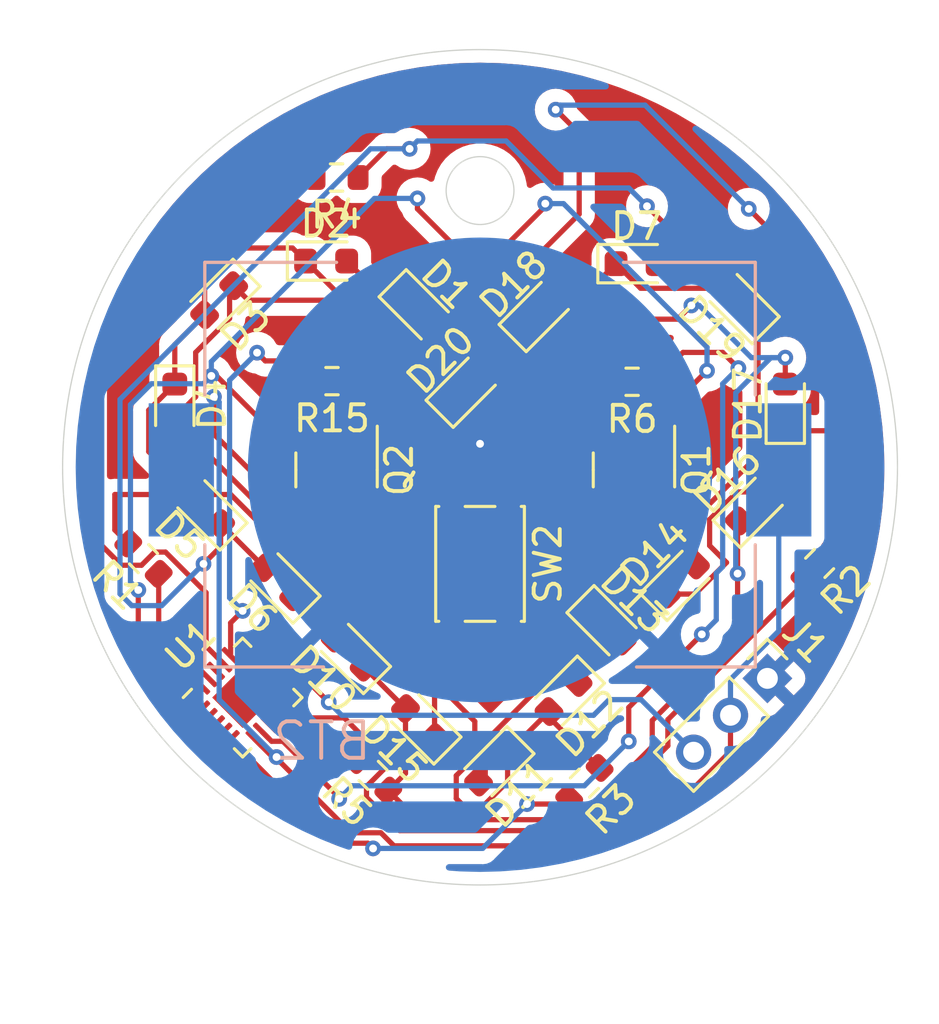
<source format=kicad_pcb>
(kicad_pcb (version 20221018) (generator pcbnew)
  (layers (0 "F.Cu" signal) (31 "B.Cu" signal) (34 "B.Paste" user) (35 "F.Paste" user) (36 "B.SilkS" user "B.Silkscreen") (37 "F.SilkS" user "F.Silkscreen") (38 "B.Mask" user) (39 "F.Mask" user) (44 "Edge.Cuts" user))
  (net 0 "")
  (net 1 "Net-(D1-K)")
  (net 2 "Net-(D1-A)")
  (net 3 "Net-(D11-K)")
  (net 4 "Net-(D13-K)")
  (net 5 "GND")
  (net 6 "Net-(Q1-G)")
  (net 7 "Net-(Q1-D)")
  (net 8 "+3.3V")
  (net 9 "SWIO")
  (net 10 "Net-(Q2-G)")
  (net 18 "Net-(U1-PD6)")
  (net 19 "Net-(U1-PD3)")
  (net 20 "Net-(D10-K)")
  (net 21 "Net-(U1-PC2)")
  (net 22 "Net-(U1-PD0)")
  (net 25 "Net-(U1-PC3)")
  (footprint "Resistor_SMD:R_0603_1608Metric" (layer "F.Cu") (at 200.1 96.7 135)
    (fp_text reference "R1" (at 0 -1.43 135) (layer "F.SilkS"))
    (fp_text value "R")
    (pad "1" smd roundrect (at -0.825 0 135) (size 0.8 0.95) (layers "F.Cu" "F.Paste" "F.Mask") (net 18 "Net-(U1-PD6)"))
    (pad "2" smd roundrect (at 0.825 0 135) (size 0.8 0.95) (layers "F.Cu" "F.Paste" "F.Mask") (net 2 "Net-(D1-A)"))
  )
  (footprint "Package_TO_SOT_SMD:SOT-23" (layer "F.Cu") (at 207.5 93.3 -90)
    (fp_text reference "Q2" (at 0 -2.4 90) (layer "F.SilkS"))
    (fp_text value "AO3400A")
    (pad "1" smd roundrect (at -0.9375 -0.95 270) (size 1.475 0.6) (layers "F.Cu" "F.Paste" "F.Mask") (net 10 "Net-(Q2-G)"))
    (pad "2" smd roundrect (at -0.9375 0.95 270) (size 1.475 0.6) (layers "F.Cu" "F.Paste" "F.Mask") (net 5 "GND"))
    (pad "3" smd roundrect (at 0.9375 0 270) (size 1.475 0.6) (layers "F.Cu" "F.Paste" "F.Mask") (net 7 "Net-(Q1-D)"))
  )
  (footprint "LED_SMD:LED_0603_1608Metric" (layer "F.Cu") (at 207.1 85.3)
    (fp_text reference "D2" (at 0 -1.43) (layer "F.SilkS"))
    (fp_text value "LED")
    (pad "1" smd roundrect (at -0.7875 0) (size 0.875 0.95) (layers "F.Cu" "F.Paste" "F.Mask") (net 2 "Net-(D1-A)"))
    (pad "2" smd roundrect (at 0.7875 0) (size 0.875 0.95) (layers "F.Cu" "F.Paste" "F.Mask") (net 1 "Net-(D1-K)"))
  )
  (footprint "Connector_PinHeader_2.00mm:PinHeader_1x03_P2.00mm_Vertical" (layer "F.Cu") (at 224.014214 101.285786 -45)
    (fp_text reference "J1" (at 0 -2.06 135) (layer "F.SilkS"))
    (fp_text value "Conn_01x03_Pin")
    (pad "1" thru_hole rect (at 0 0 315) (size 1.35 1.35) (drill 0.8) (layers "*.Cu" "*.Mask") (net 5 "GND"))
    (pad "2" thru_hole oval (at 0 2 315) (size 1.35 1.35) (drill 0.8) (layers "*.Cu" "*.Mask") (net 8 "+3.3V"))
    (pad "3" thru_hole oval (at 0 4 315) (size 1.35 1.35) (drill 0.8) (layers "*.Cu" "*.Mask") (net 9 "SWIO"))
  )
  (footprint "LED_SMD:LED_0603_1608Metric" (layer "F.Cu") (at 210.7 87.2 -45)
    (fp_text reference "D1" (at 0 -1.43 135) (layer "F.SilkS"))
    (fp_text value "LED")
    (pad "1" smd roundrect (at -0.7875 0 315) (size 0.875 0.95) (layers "F.Cu" "F.Paste" "F.Mask") (net 1 "Net-(D1-K)"))
    (pad "2" smd roundrect (at 0.7875 0 315) (size 0.875 0.95) (layers "F.Cu" "F.Paste" "F.Mask") (net 2 "Net-(D1-A)"))
  )
  (footprint "Package_TO_SOT_SMD:SOT-23" (layer "F.Cu") (at 218.9 93.3 -90)
    (fp_text reference "Q1" (at 0 -2.4 90) (layer "F.SilkS"))
    (fp_text value "AO3400A")
    (pad "1" smd roundrect (at -0.9375 -0.95 270) (size 1.475 0.6) (layers "F.Cu" "F.Paste" "F.Mask") (net 6 "Net-(Q1-G)"))
    (pad "2" smd roundrect (at -0.9375 0.95 270) (size 1.475 0.6) (layers "F.Cu" "F.Paste" "F.Mask") (net 5 "GND"))
    (pad "3" smd roundrect (at 0.9375 0 270) (size 1.475 0.6) (layers "F.Cu" "F.Paste" "F.Mask") (net 7 "Net-(Q1-D)"))
  )
  (footprint "LED_SMD:LED_0603_1608Metric" (layer "F.Cu") (at 224.7 90.8 90)
    (fp_text reference "D17" (at 0 -1.43 90) (layer "F.SilkS"))
    (fp_text value "LED")
    (pad "1" smd roundrect (at -0.7875 0 90) (size 0.875 0.95) (layers "F.Cu" "F.Paste" "F.Mask") (net 1 "Net-(D1-K)"))
    (pad "2" smd roundrect (at 0.7875 0 90) (size 0.875 0.95) (layers "F.Cu" "F.Paste" "F.Mask") (net 20 "Net-(D10-K)"))
  )
  (footprint "LED_SMD:LED_0603_1608Metric" (layer "F.Cu") (at 217.9 99.3 -45)
    (fp_text reference "D13" (at 0 -1.43 135) (layer "F.SilkS"))
    (fp_text value "LED")
    (pad "1" smd roundrect (at -0.7875 0 315) (size 0.875 0.95) (layers "F.Cu" "F.Paste" "F.Mask") (net 4 "Net-(D13-K)"))
    (pad "2" smd roundrect (at 0.7875 0 315) (size 0.875 0.95) (layers "F.Cu" "F.Paste" "F.Mask") (net 1 "Net-(D1-K)"))
  )
  (footprint "LED_SMD:LED_0603_1608Metric" (layer "F.Cu") (at 202.5 94.8 135)
    (fp_text reference "D5" (at 0 -1.43 135) (layer "F.SilkS"))
    (fp_text value "LED")
    (pad "1" smd roundrect (at -0.7875 0 135) (size 0.875 0.95) (layers "F.Cu" "F.Paste" "F.Mask") (net 4 "Net-(D13-K)"))
    (pad "2" smd roundrect (at 0.7875 0 135) (size 0.875 0.95) (layers "F.Cu" "F.Paste" "F.Mask") (net 2 "Net-(D1-A)"))
  )
  (footprint "LED_SMD:LED_0603_1608Metric" (layer "F.Cu") (at 216.2 102 -135)
    (fp_text reference "D12" (at 0 -1.43 45) (layer "F.SilkS"))
    (fp_text value "LED")
    (pad "1" smd roundrect (at -0.7875 0 225) (size 0.875 0.95) (layers "F.Cu" "F.Paste" "F.Mask") (net 1 "Net-(D1-K)"))
    (pad "2" smd roundrect (at 0.7875 0 225) (size 0.875 0.95) (layers "F.Cu" "F.Paste" "F.Mask") (net 3 "Net-(D11-K)"))
  )
  (footprint "LED_SMD:LED_0603_1608Metric" (layer "F.Cu") (at 203 86.8 -135)
    (fp_text reference "D3" (at 0 -1.43 45) (layer "F.SilkS"))
    (fp_text value "LED")
    (pad "1" smd roundrect (at -0.7875 0 225) (size 0.875 0.95) (layers "F.Cu" "F.Paste" "F.Mask") (net 3 "Net-(D11-K)"))
    (pad "2" smd roundrect (at 0.7875 0 225) (size 0.875 0.95) (layers "F.Cu" "F.Paste" "F.Mask") (net 2 "Net-(D1-A)"))
  )
  (footprint "LED_SMD:LED_0603_1608Metric" (layer "F.Cu") (at 215.3 87.2 45)
    (fp_text reference "D18" (at 0 -1.43 45) (layer "F.SilkS"))
    (fp_text value "LED")
    (pad "1" smd roundrect (at -0.7875 0 45) (size 0.875 0.95) (layers "F.Cu" "F.Paste" "F.Mask") (net 20 "Net-(D10-K)"))
    (pad "2" smd roundrect (at 0.7875 0 45) (size 0.875 0.95) (layers "F.Cu" "F.Paste" "F.Mask") (net 3 "Net-(D11-K)"))
  )
  (footprint "LED_SMD:LED_0603_1608Metric" (layer "F.Cu") (at 208 100.3 135)
    (fp_text reference "D10" (at 0 -1.43 135) (layer "F.SilkS"))
    (fp_text value "LED")
    (pad "1" smd roundrect (at -0.7875 0 135) (size 0.875 0.95) (layers "F.Cu" "F.Paste" "F.Mask") (net 20 "Net-(D10-K)"))
    (pad "2" smd roundrect (at 0.7875 0 135) (size 0.875 0.95) (layers "F.Cu" "F.Paste" "F.Mask") (net 2 "Net-(D1-A)"))
  )
  (footprint "Resistor_SMD:R_0603_1608Metric" (layer "F.Cu") (at 207.325002 89.9 180)
    (fp_text reference "R15" (at 0 -1.43) (layer "F.SilkS"))
    (fp_text value "R")
    (pad "1" smd roundrect (at -0.825 0 180) (size 0.8 0.95) (layers "F.Cu" "F.Paste" "F.Mask") (net 10 "Net-(Q2-G)"))
    (pad "2" smd roundrect (at 0.825 0 180) (size 0.8 0.95) (layers "F.Cu" "F.Paste" "F.Mask") (net 5 "GND"))
  )
  (footprint "LED_SMD:LED_0603_1608Metric" (layer "F.Cu") (at 205.3 97.6 135)
    (fp_text reference "D6" (at 0 -1.43 135) (layer "F.SilkS"))
    (fp_text value "LED")
    (pad "1" smd roundrect (at -0.7875 0 135) (size 0.875 0.95) (layers "F.Cu" "F.Paste" "F.Mask") (net 2 "Net-(D1-A)"))
    (pad "2" smd roundrect (at 0.7875 0 135) (size 0.875 0.95) (layers "F.Cu" "F.Paste" "F.Mask") (net 4 "Net-(D13-K)"))
  )
  (footprint "LED_SMD:LED_0603_1608Metric" (layer "F.Cu") (at 201.3 90.8 -90)
    (fp_text reference "D4" (at 0 -1.43 90) (layer "F.SilkS"))
    (fp_text value "LED")
    (pad "1" smd roundrect (at -0.7875 0 270) (size 0.875 0.95) (layers "F.Cu" "F.Paste" "F.Mask") (net 2 "Net-(D1-A)"))
    (pad "2" smd roundrect (at 0.7875 0 270) (size 0.875 0.95) (layers "F.Cu" "F.Paste" "F.Mask") (net 3 "Net-(D11-K)"))
  )
  (footprint "LED_SMD:LED_0603_1608Metric" (layer "F.Cu") (at 222.9 86.9 135)
    (fp_text reference "D19" (at 0 -1.43 135) (layer "F.SilkS"))
    (fp_text value "LED")
    (pad "1" smd roundrect (at -0.7875 0 135) (size 0.875 0.95) (layers "F.Cu" "F.Paste" "F.Mask") (net 4 "Net-(D13-K)"))
    (pad "2" smd roundrect (at 0.7875 0 135) (size 0.875 0.95) (layers "F.Cu" "F.Paste" "F.Mask") (net 3 "Net-(D11-K)"))
  )
  (footprint "LED_SMD:LED_0603_1608Metric" (layer "F.Cu") (at 220.7 97.5 45)
    (fp_text reference "D14" (at 0 -1.43 45) (layer "F.SilkS"))
    (fp_text value "LED")
    (pad "1" smd roundrect (at -0.7875 0 45) (size 0.875 0.95) (layers "F.Cu" "F.Paste" "F.Mask") (net 1 "Net-(D1-K)"))
    (pad "2" smd roundrect (at 0.7875 0 45) (size 0.875 0.95) (layers "F.Cu" "F.Paste" "F.Mask") (net 4 "Net-(D13-K)"))
  )
  (footprint "LED_SMD:LED_0603_1608Metric" (layer "F.Cu") (at 212.5 90.1 45)
    (fp_text reference "D20" (at 0 -1.43 45) (layer "F.SilkS"))
    (fp_text value "LED")
    (pad "1" smd roundrect (at -0.7875 0 45) (size 0.875 0.95) (layers "F.Cu" "F.Paste" "F.Mask") (net 3 "Net-(D11-K)"))
    (pad "2" smd roundrect (at 0.7875 0 45) (size 0.875 0.95) (layers "F.Cu" "F.Paste" "F.Mask") (net 20 "Net-(D10-K)"))
  )
  (footprint "Resistor_SMD:R_0603_1608Metric" (layer "F.Cu") (at 207.5 82.1 180)
    (fp_text reference "R4" (at 0 -1.43) (layer "F.SilkS"))
    (fp_text value "R")
    (pad "1" smd roundrect (at -0.825 0 180) (size 0.8 0.95) (layers "F.Cu" "F.Paste" "F.Mask") (net 4 "Net-(D13-K)"))
    (pad "2" smd roundrect (at 0.825 0 180) (size 0.8 0.95) (layers "F.Cu" "F.Paste" "F.Mask") (net 19 "Net-(U1-PD3)"))
  )
  (footprint "LED_SMD:LED_0603_1608Metric" (layer "F.Cu") (at 219 85.4)
    (fp_text reference "D7" (at 0 -1.43) (layer "F.SilkS"))
    (fp_text value "LED")
    (pad "1" smd roundrect (at -0.7875 0) (size 0.875 0.95) (layers "F.Cu" "F.Paste" "F.Mask") (net 3 "Net-(D11-K)"))
    (pad "2" smd roundrect (at 0.7875 0) (size 0.875 0.95) (layers "F.Cu" "F.Paste" "F.Mask") (net 4 "Net-(D13-K)"))
  )
  (footprint "Package_DFN_QFN:QFN-20-1EP_3x3mm_P0.4mm_EP1.65x1.65mm" (layer "F.Cu") (at 203.9 102.020172 45)
    (fp_text reference "U1" (at 0 -2.82 45) (layer "F.SilkS"))
    (fp_text value "~")
    (pad "1" smd roundrect (at -1.45 -0.8 45) (size 0.85 0.2) (layers "F.Cu" "F.Paste" "F.Mask"))
    (pad "2" smd roundrect (at -1.45 -0.4 45) (size 0.85 0.2) (layers "F.Cu" "F.Paste" "F.Mask"))
    (pad "3" smd roundrect (at -1.45 0 45) (size 0.85 0.2) (layers "F.Cu" "F.Paste" "F.Mask"))
    (pad "4" smd roundrect (at -1.45 0.4 45) (size 0.85 0.2) (layers "F.Cu" "F.Paste" "F.Mask") (net 7 "Net-(Q1-D)"))
    (pad "5" smd roundrect (at -1.45 0.8 45) (size 0.85 0.2) (layers "F.Cu" "F.Paste" "F.Mask") (net 22 "Net-(U1-PD0)"))
    (pad "6" smd roundrect (at -0.8 1.45 45) (size 0.2 0.85) (layers "F.Cu" "F.Paste" "F.Mask") (net 8 "+3.3V"))
    (pad "7" smd roundrect (at -0.4 1.45 45) (size 0.2 0.85) (layers "F.Cu" "F.Paste" "F.Mask") (net 6 "Net-(Q1-G)"))
    (pad "8" smd roundrect (at 0 1.45 45) (size 0.2 0.85) (layers "F.Cu" "F.Paste" "F.Mask"))
    (pad "9" smd roundrect (at 0.4 1.45 45) (size 0.2 0.85) (layers "F.Cu" "F.Paste" "F.Mask") (net 21 "Net-(U1-PC2)"))
    (pad "10" smd roundrect (at 0.8 1.45 45) (size 0.2 0.85) (layers "F.Cu" "F.Paste" "F.Mask") (net 25 "Net-(U1-PC3)"))
    (pad "11" smd roundrect (at 1.45 0.8 45) (size 0.85 0.2) (layers "F.Cu" "F.Paste" "F.Mask"))
    (pad "12" smd roundrect (at 1.45 0.4 45) (size 0.85 0.2) (layers "F.Cu" "F.Paste" "F.Mask"))
    (pad "13" smd roundrect (at 1.45 0 45) (size 0.85 0.2) (layers "F.Cu" "F.Paste" "F.Mask"))
    (pad "14" smd roundrect (at 1.45 -0.4 45) (size 0.85 0.2) (layers "F.Cu" "F.Paste" "F.Mask"))
    (pad "15" smd roundrect (at 1.45 -0.8 45) (size 0.85 0.2) (layers "F.Cu" "F.Paste" "F.Mask") (net 9 "SWIO"))
    (pad "16" smd roundrect (at 0.8 -1.45 45) (size 0.2 0.85) (layers "F.Cu" "F.Paste" "F.Mask") (net 10 "Net-(Q2-G)"))
    (pad "17" smd roundrect (at 0.4 -1.45 45) (size 0.2 0.85) (layers "F.Cu" "F.Paste" "F.Mask") (net 19 "Net-(U1-PD3)"))
    (pad "18" smd roundrect (at 0 -1.45 45) (size 0.2 0.85) (layers "F.Cu" "F.Paste" "F.Mask"))
    (pad "19" smd roundrect (at -0.4 -1.45 45) (size 0.2 0.85) (layers "F.Cu" "F.Paste" "F.Mask"))
    (pad "20" smd roundrect (at -0.8 -1.45 45) (size 0.2 0.85) (layers "F.Cu" "F.Paste" "F.Mask") (net 18 "Net-(U1-PD6)"))
    (pad "21" smd rect (at 0 0 45) (size 1.65 1.65) (layers "F.Cu" "F.Mask"))
  )
  (footprint "LED_SMD:LED_0603_1608Metric" (layer "F.Cu") (at 223.5 94.7 45)
    (fp_text reference "D16" (at 0 -1.43 45) (layer "F.SilkS"))
    (fp_text value "LED")
    (pad "1" smd roundrect (at -0.7875 0 45) (size 0.875 0.95) (layers "F.Cu" "F.Paste" "F.Mask") (net 20 "Net-(D10-K)"))
    (pad "2" smd roundrect (at 0.7875 0 45) (size 0.875 0.95) (layers "F.Cu" "F.Paste" "F.Mask") (net 1 "Net-(D1-K)"))
  )
  (footprint "Resistor_SMD:R_0603_1608Metric" (layer "F.Cu") (at 218.829289 89.924149 180)
    (fp_text reference "R6" (at 0 -1.43) (layer "F.SilkS"))
    (fp_text value "R")
    (pad "1" smd roundrect (at -0.825 0 180) (size 0.8 0.95) (layers "F.Cu" "F.Paste" "F.Mask") (net 6 "Net-(Q1-G)"))
    (pad "2" smd roundrect (at 0.825 0 180) (size 0.8 0.95) (layers "F.Cu" "F.Paste" "F.Mask") (net 5 "GND"))
  )
  (footprint "Resistor_SMD:R_0603_1608Metric" (layer "F.Cu") (at 217 105.3 -135)
    (fp_text reference "R3" (at 0 -1.43 45) (layer "F.SilkS"))
    (fp_text value "R")
    (pad "1" smd roundrect (at -0.825 0 225) (size 0.8 0.95) (layers "F.Cu" "F.Paste" "F.Mask") (net 3 "Net-(D11-K)"))
    (pad "2" smd roundrect (at 0.825 0 225) (size 0.8 0.95) (layers "F.Cu" "F.Paste" "F.Mask") (net 22 "Net-(U1-PD0)"))
  )
  (footprint "Resistor_SMD:R_0603_1608Metric" (layer "F.Cu") (at 226.016637 96.883363 -135)
    (fp_text reference "R2" (at 0 -1.43 45) (layer "F.SilkS"))
    (fp_text value "R")
    (pad "1" smd roundrect (at -0.825 0 225) (size 0.8 0.95) (layers "F.Cu" "F.Paste" "F.Mask") (net 1 "Net-(D1-K)"))
    (pad "2" smd roundrect (at 0.825 0 225) (size 0.8 0.95) (layers "F.Cu" "F.Paste" "F.Mask") (net 25 "Net-(U1-PC3)"))
  )
  (footprint "LED_SMD:LED_0603_1608Metric" (layer "F.Cu") (at 213.5 104.7 -135)
    (fp_text reference "D11" (at 0 -1.43 45) (layer "F.SilkS"))
    (fp_text value "LED")
    (pad "1" smd roundrect (at -0.7875 0 225) (size 0.875 0.95) (layers "F.Cu" "F.Paste" "F.Mask") (net 3 "Net-(D11-K)"))
    (pad "2" smd roundrect (at 0.7875 0 225) (size 0.875 0.95) (layers "F.Cu" "F.Paste" "F.Mask") (net 1 "Net-(D1-K)"))
  )
  (footprint "Button_Switch_SMD:SW_SPST_PTS810" (layer "F.Cu") (at 213 96.9 -90)
    (fp_text reference "SW2" (at 0 -2.6 90) (layer "F.SilkS"))
    (fp_text value "SW_Push")
    (pad "1" smd rect (at -2.075 -1.075 270) (size 1.05 0.65) (layers "F.Cu" "F.Paste" "F.Mask") (net 6 "Net-(Q1-G)"))
    (pad "1" smd rect (at 2.075 -1.075 270) (size 1.05 0.65) (layers "F.Cu" "F.Paste" "F.Mask") (net 6 "Net-(Q1-G)"))
    (pad "2" smd rect (at -2.075 1.075 270) (size 1.05 0.65) (layers "F.Cu" "F.Paste" "F.Mask") (net 8 "+3.3V"))
    (pad "2" smd rect (at 2.075 1.075 270) (size 1.05 0.65) (layers "F.Cu" "F.Paste" "F.Mask") (net 8 "+3.3V"))
  )
  (footprint "LED_SMD:LED_0603_1608Metric" (layer "F.Cu") (at 210.7 103 135)
    (fp_text reference "D15" (at 0 -1.43 135) (layer "F.SilkS"))
    (fp_text value "LED")
    (pad "1" smd roundrect (at -0.7875 0 135) (size 0.875 0.95) (layers "F.Cu" "F.Paste" "F.Mask") (net 2 "Net-(D1-A)"))
    (pad "2" smd roundrect (at 0.7875 0 135) (size 0.875 0.95) (layers "F.Cu" "F.Paste" "F.Mask") (net 20 "Net-(D10-K)"))
  )
  (footprint "Resistor_SMD:R_0603_1608Metric" (layer "F.Cu") (at 208.9 105 135)
    (fp_text reference "R5" (at 0 -1.43 135) (layer "F.SilkS"))
    (fp_text value "R")
    (pad "1" smd roundrect (at -0.825 0 135) (size 0.8 0.95) (layers "F.Cu" "F.Paste" "F.Mask") (net 20 "Net-(D10-K)"))
    (pad "2" smd roundrect (at 0.825 0 135) (size 0.8 0.95) (layers "F.Cu" "F.Paste" "F.Mask") (net 21 "Net-(U1-PC2)"))
  )
  (footprint "CR2032:BAT_BAT-HLD-001-TR" (layer "B.Cu") (at 213 93.3)
    (fp_text reference "BT2" (at -6.055 10.389) (layer "B.SilkS") (effects (font (size 1.4 1.4)) (justify mirror)))
    (fp_text value "BAT-HLD-001-TR")
    (pad "N1" smd circle (at 0 0) (size 17.8 17.8) (layers "B.Cu" "B.Mask") (net 5 "GND"))
    (pad "P1" smd rect (at -11.45 0) (size 2.5 5.1) (layers "B.Cu" "B.Paste" "B.Mask") (net 8 "+3.3V"))
    (pad "P2" smd rect (at 11.45 0) (size 2.5 5.1) (layers "B.Cu" "B.Paste" "B.Mask") (net 8 "+3.3V"))
  )
  (gr_circle (center 213 93.2) (end 229 93.2) (stroke (width 0.05)) (fill none) (layer "Edge.Cuts"))
  (gr_circle (center 213 82.6) (end 213 81.3) (stroke (width 0.05)) (fill none) (layer "Edge.Cuts"))
  (segment (start 213.2 105) (end 213.2 103.7) (width 0.2) (layer "F.Cu") (net 1))
  (segment (start 224.056847 94.143153) (end 222.856847 94.143153) (width 0.2) (layer "F.Cu") (net 1))
  (segment (start 226.6 87.8) (end 226.6 91.8) (width 0.2) (layer "F.Cu") (net 1))
  (segment (start 215.9 79.5) (end 216.8 80.4) (width 0.2) (layer "F.Cu") (net 1))
  (segment (start 224.9125 91.8) (end 226.6 91.8) (width 0.2) (layer "F.Cu") (net 1))
  (segment (start 224.7 91.5875) (end 224.9125 91.8) (width 0.2) (layer "F.Cu") (net 1))
  (segment (start 216.8 83.5) (end 213.656847 86.643153) (width 0.2) (layer "F.Cu") (net 1))
  (segment (start 218.456847 99.743153) (end 220.143153 98.056847) (width 0.2) (layer "F.Cu") (net 1))
  (segment (start 224.056847 94.143153) (end 224.443153 94.143153) (width 0.2) (layer "F.Cu") (net 1))
  (segment (start 218.343153 99.856847) (end 218.456847 99.856847) (width 0.2) (layer "F.Cu") (net 1))
  (segment (start 212.943153 105.256847) (end 213.2 105) (width 0.2) (layer "F.Cu") (net 1))
  (segment (start 225.1 86.3) (end 226.6 87.8) (width 0.2) (layer "F.Cu") (net 1))
  (segment (start 223.3 83.3) (end 225.1 85.1) (width 0.2) (layer "F.Cu") (net 1))
  (segment (start 222.448009 96.848009) (end 221.23917 98.056847) (width 0.2) (layer "F.Cu") (net 1))
  (segment (start 221.8 96.2) (end 222.448009 96.848009) (width 0.2) (layer "F.Cu") (net 1))
  (segment (start 221.8 95.2) (end 221.8 96.2) (width 0.2) (layer "F.Cu") (net 1))
  (segment (start 209.230653 86.643153) (end 207.8875 85.3) (width 0.2) (layer "F.Cu") (net 1))
  (segment (start 222.856847 94.143153) (end 221.8 95.2) (width 0.2) (layer "F.Cu") (net 1))
  (segment (start 215.456847 101.443153) (end 216.756847 101.443153) (width 0.2) (layer "F.Cu") (net 1))
  (segment (start 226.6 91.8) (end 226.6 96.3) (width 0.2) (layer "F.Cu") (net 1))
  (segment (start 213.656847 86.643153) (end 210.143153 86.643153) (width 0.2) (layer "F.Cu") (net 1))
  (segment (start 225.1 85.1) (end 225.1 86.3) (width 0.2) (layer "F.Cu") (net 1))
  (segment (start 213.2 103.7) (end 215.456847 101.443153) (width 0.2) (layer "F.Cu") (net 1))
  (segment (start 221.23917 98.056847) (end 220.143153 98.056847) (width 0.2) (layer "F.Cu") (net 1))
  (segment (start 210.143153 86.643153) (end 209.230653 86.643153) (width 0.2) (layer "F.Cu") (net 1))
  (segment (start 216.756847 101.443153) (end 218.343153 99.856847) (width 0.2) (layer "F.Cu") (net 1))
  (segment (start 224.056847 94.143153) (end 224.056847 92.230653) (width 0.2) (layer "F.Cu") (net 1))
  (segment (start 218.456847 99.856847) (end 218.456847 99.743153) (width 0.2) (layer "F.Cu") (net 1))
  (segment (start 216.8 80.4) (end 216.8 83.5) (width 0.2) (layer "F.Cu") (net 1))
  (segment (start 224.056847 92.230653) (end 224.7 91.5875) (width 0.2) (layer "F.Cu") (net 1))
  (via (at 223.3 83.3) (size 0.6) (drill 0.3) (layers "F.Cu" "B.Cu") (net 1))
  (via (at 215.9 79.5) (size 0.6) (drill 0.3) (layers "F.Cu" "B.Cu") (net 1))
  (segment (start 215.9 79.5) (end 216.072489 79.327511) (width 0.2) (layer "B.Cu") (net 1))
  (segment (start 219.327511 79.327511) (end 223.3 83.3) (width 0.2) (layer "B.Cu") (net 1))
  (segment (start 216.072489 79.327511) (end 219.327511 79.327511) (width 0.2) (layer "B.Cu") (net 1))
  (segment (start 206.3125 85.3) (end 205.8125 84.8) (width 0.2) (layer "F.Cu") (net 2))
  (segment (start 209.043153 99.743153) (end 211.256847 101.956847) (width 0.2) (layer "F.Cu") (net 2))
  (segment (start 199.0005 95.6005) (end 199.516637 96.116637) (width 0.2) (layer "F.Cu") (net 2))
  (segment (start 201.390121 94.243153) (end 201.943153 94.243153) (width 0.2) (layer "F.Cu") (net 2))
  (segment (start 205.8125 84.8) (end 203.4 84.8) (width 0.2) (layer "F.Cu") (net 2))
  (segment (start 201.3 88.5) (end 201.3 90.0125) (width 0.2) (layer "F.Cu") (net 2))
  (segment (start 210.056847 87.756847) (end 209.343153 87.043153) (width 0.2) (layer "F.Cu") (net 2))
  (segment (start 200.3 92.6) (end 201.943153 94.243153) (width 0.2) (layer "F.Cu") (net 2))
  (segment (start 211.256847 101.956847) (end 211.256847 103.556847) (width 0.2) (layer "F.Cu") (net 2))
  (segment (start 201.943153 94.243153) (end 203.443153 94.243153) (width 0.2) (layer "F.Cu") (net 2))
  (segment (start 205.856847 98.156847) (end 207.443153 99.743153) (width 0.2) (layer "F.Cu") (net 2))
  (segment (start 208.055653 87.043153) (end 206.3125 85.3) (width 0.2) (layer "F.Cu") (net 2))
  (segment (start 200.3 91.0125) (end 200.3 92.6) (width 0.2) (layer "F.Cu") (net 2))
  (segment (start 209.343153 87.043153) (end 208.055653 87.043153) (width 0.2) (layer "F.Cu") (net 2))
  (segment (start 203.4 84.8) (end 202.443153 85.756847) (width 0.2) (layer "F.Cu") (net 2))
  (segment (start 207.443153 99.743153) (end 209.043153 99.743153) (width 0.2) (layer "F.Cu") (net 2))
  (segment (start 202.443153 87.356847) (end 201.3 88.5) (width 0.2) (layer "F.Cu") (net 2))
  (segment (start 211.256847 87.756847) (end 210.056847 87.756847) (width 0.2) (layer "F.Cu") (net 2))
  (segment (start 199.0005 94.243153) (end 201.943153 94.243153) (width 0.2) (layer "F.Cu") (net 2))
  (segment (start 203.443153 94.243153) (end 205.856847 96.656847) (width 0.2) (layer "F.Cu") (net 2))
  (segment (start 205.856847 96.656847) (end 205.856847 98.156847) (width 0.2) (layer "F.Cu") (net 2))
  (segment (start 199.0005 94.243153) (end 199.0005 95.6005) (width 0.2) (layer "F.Cu") (net 2))
  (segment (start 202.443153 85.756847) (end 202.443153 87.356847) (width 0.2) (layer "F.Cu") (net 2))
  (segment (start 201.3 90.0125) (end 200.3 91.0125) (width 0.2) (layer "F.Cu") (net 2))
  (segment (start 201.3 91.3) (end 201.3 91.5875) (width 0.2) (layer "F.Cu") (net 3))
  (segment (start 211.943153 90.656847) (end 211.943153 89.46083) (width 0.2) (layer "F.Cu") (net 3))
  (segment (start 214.056847 104.143153) (end 215.643153 102.556847) (width 0.2) (layer "F.Cu") (net 3))
  (segment (start 211.093796 88.611473) (end 211.015456 88.611473) (width 0.2) (layer "F.Cu") (net 3))
  (segment (start 211.943153 89.46083) (end 214.76083 86.643153) (width 0.2) (layer "F.Cu") (net 3))
  (segment (start 219.155653 86.343153) (end 222.343153 86.343153) (width 0.2) (layer "F.Cu") (net 3))
  (segment (start 218.2125 85.4) (end 219.155653 86.343153) (width 0.2) (layer "F.Cu") (net 3))
  (segment (start 204.113694 86.8) (end 203.556847 86.243153) (width 0.2) (layer "F.Cu") (net 3))
  (segment (start 215.643153 102.776427) (end 217.583363 104.716637) (width 0.2) (layer "F.Cu") (net 3))
  (segment (start 209.177467 87.443153) (end 207.889967 87.443153) (width 0.2) (layer "F.Cu") (net 3))
  (segment (start 203.556847 86.243153) (end 203.4 86.4) (width 0.2) (layer "F.Cu") (net 3))
  (segment (start 202.1 88.8) (end 202.1 90.5) (width 0.2) (layer "F.Cu") (net 3))
  (segment (start 203.4 86.4) (end 203.4 87.5) (width 0.2) (layer "F.Cu") (net 3))
  (segment (start 201.453185 91.5875) (end 212.8 102.934315) (width 0.2) (layer "F.Cu") (net 3))
  (segment (start 203.4 87.5) (end 202.1 88.8) (width 0.2) (layer "F.Cu") (net 3))
  (segment (start 212.996017 106.3) (end 214.056847 105.23917) (width 0.2) (layer "F.Cu") (net 3))
  (segment (start 207.889967 87.443153) (end 207.246814 86.8) (width 0.2) (layer "F.Cu") (net 3))
  (segment (start 214.76083 86.643153) (end 215.856847 86.643153) (width 0.2) (layer "F.Cu") (net 3))
  (segment (start 212.8 104.3) (end 212.088527 105.011473) (width 0.2) (layer "F.Cu") (net 3))
  (segment (start 202.1 90.5) (end 201.3 91.3) (width 0.2) (layer "F.Cu") (net 3))
  (segment (start 210.56083 88.156847) (end 209.891161 88.156847) (width 0.2) (layer "F.Cu") (net 3))
  (segment (start 214.056847 105.23917) (end 214.056847 104.143153) (width 0.2) (layer "F.Cu") (net 3))
  (segment (start 211.015456 88.611473) (end 210.56083 88.156847) (width 0.2) (layer "F.Cu") (net 3))
  (segment (start 212.5 106.3) (end 212.996017 106.3) (width 0.2) (layer "F.Cu") (net 3))
  (segment (start 209.891161 88.156847) (end 209.177467 87.443153) (width 0.2) (layer "F.Cu") (net 3))
  (segment (start 212.8 102.934315) (end 212.8 104.3) (width 0.2) (layer "F.Cu") (net 3))
  (segment (start 212.088527 105.011473) (end 212.088527 105.888527) (width 0.2) (layer "F.Cu") (net 3))
  (segment (start 212.088527 105.888527) (end 212.5 106.3) (width 0.2) (layer "F.Cu") (net 3))
  (segment (start 207.246814 86.8) (end 204.113694 86.8) (width 0.2) (layer "F.Cu") (net 3))
  (segment (start 216.969347 86.643153) (end 218.2125 85.4) (width 0.2) (layer "F.Cu") (net 3))
  (segment (start 201.3 91.5875) (end 201.453185 91.5875) (width 0.2) (layer "F.Cu") (net 3))
  (segment (start 211.943153 89.46083) (end 211.093796 88.611473) (width 0.2) (layer "F.Cu") (net 3))
  (segment (start 215.856847 86.643153) (end 216.969347 86.643153) (width 0.2) (layer "F.Cu") (net 3))
  (segment (start 215.381845 102.556847) (end 215.643153 102.556847) (width 0.2) (layer "F.Cu") (net 3))
  (segment (start 215.643153 102.556847) (end 215.643153 102.776427) (width 0.2) (layer "F.Cu") (net 3))
  (segment (start 209.425 81) (end 208.325 82.1) (width 0.2) (layer "F.Cu") (net 4))
  (segment (start 222.496017 85.4) (end 223.456847 86.36083) (width 0.2) (layer "F.Cu") (net 4))
  (segment (start 203.056847 95.356847) (end 204.743153 97.043153) (width 0.2) (layer "F.Cu") (net 4))
  (segment (start 221.256847 95.143153) (end 221.256847 96.943153) (width 0.2) (layer "F.Cu") (net 4))
  (segment (start 223.456847 87.456847) (end 223.656847 87.656847) (width 0.2) (layer "F.Cu") (net 4))
  (segment (start 221.256847 96.943153) (end 219.143153 96.943153) (width 0.2) (layer "F.Cu") (net 4))
  (segment (start 223.656847 92.743153) (end 221.256847 95.143153) (width 0.2) (layer "F.Cu") (net 4))
  (segment (start 203.056847 95.356847) (end 203.056847 96.243653) (width 0.2) (layer "F.Cu") (net 4))
  (segment (start 219.143153 96.943153) (end 217.343153 98.743153) (width 0.2) (layer "F.Cu") (net 4))
  (segment (start 223.656847 87.656847) (end 223.656847 92.743153) (width 0.2) (layer "F.Cu") (net 4))
  (segment (start 221.3 85.1) (end 221.3 85.4) (width 0.2) (layer "F.Cu") (net 4))
  (segment (start 223.456847 86.36083) (end 223.456847 87.456847) (width 0.2) (layer "F.Cu") (net 4))
  (segment (start 221.3 85.4) (end 221.4 85.4) (width 0.2) (layer "F.Cu") (net 4))
  (segment (start 203.056847 96.243653) (end 202.4005 96.9) (width 0.2) (layer "F.Cu") (net 4))
  (segment (start 221.4 85.4) (end 222.496017 85.4) (width 0.2) (layer "F.Cu") (net 4))
  (segment (start 210.3 81) (end 209.425 81) (width 0.2) (layer "F.Cu") (net 4))
  (segment (start 219.4 83.2) (end 221.3 85.1) (width 0.2) (layer "F.Cu") (net 4))
  (segment (start 219.7875 85.4) (end 221.3 85.4) (width 0.2) (layer "F.Cu") (net 4))
  (via (at 202.4005 96.9) (size 0.6) (drill 0.3) (layers "F.Cu" "B.Cu") (net 4))
  (via (at 210.3 81) (size 0.6) (drill 0.3) (layers "F.Cu" "B.Cu") (net 4))
  (via (at 219.4 83.2) (size 0.6) (drill 0.3) (layers "F.Cu" "B.Cu") (net 4))
  (segment (start 200.8005 98.5) (end 202.4005 96.9) (width 0.2) (layer "B.Cu") (net 4))
  (segment (start 199.2 98.048529) (end 199.651471 98.5) (width 0.2) (layer "B.Cu") (net 4))
  (segment (start 208.8 81) (end 199.2 90.6) (width 0.2) (layer "B.Cu") (net 4))
  (segment (start 218.7 82.5) (end 219.4 83.2) (width 0.2) (layer "B.Cu") (net 4))
  (segment (start 215.8 82.5) (end 218.7 82.5) (width 0.2) (layer "B.Cu") (net 4))
  (segment (start 199.2 90.6) (end 199.2 98.048529) (width 0.2) (layer "B.Cu") (net 4))
  (segment (start 210.3 81) (end 208.8 81) (width 0.2) (layer "B.Cu") (net 4))
  (segment (start 199.651471 98.5) (end 200.8005 98.5) (width 0.2) (layer "B.Cu") (net 4))
  (segment (start 214 80.7) (end 215.8 82.5) (width 0.2) (layer "B.Cu") (net 4))
  (segment (start 210.6 80.7) (end 214 80.7) (width 0.2) (layer "B.Cu") (net 4))
  (segment (start 210.3 81) (end 210.6 80.7) (width 0.2) (layer "B.Cu") (net 4))
  (via (at 213 92.3) (size 0.6) (drill 0.3) (layers "F.Cu" "B.Cu") (net 5))
  (segment (start 214.049998 94.750002) (end 214.049998 95.625) (width 0.2) (layer "F.Cu") (net 6))
  (segment (start 219.85 91.1) (end 217.8 91.1) (width 0.2) (layer "F.Cu") (net 6))
  (segment (start 207.6 105.9) (end 207.6 105.851471) (width 0.2) (layer "F.Cu") (net 6))
  (segment (start 216.9 92) (end 216.8 92) (width 0.2) (layer "F.Cu") (net 6))
  (segment (start 219.85 90.119861) (end 219.85 91.1) (width 0.2) (layer "F.Cu") (net 6))
  (segment (start 218.7 103.7) (end 218.7 102.4) (width 0.2) (layer "F.Cu") (net 6))
  (segment (start 214.049999 98.949999) (end 214.049999 95.625) (width 0.2) (layer "F.Cu") (net 6))
  (segment (start 222.3 88.8) (end 220.778438 88.8) (width 0.2) (layer "F.Cu") (net 6))
  (segment (start 205.444526 103.695997) (end 205.010139 103.695997) (width 0.2) (layer "F.Cu") (net 6))
  (segment (start 219.85 91.1) (end 219.849999 92.362499) (width 0.2) (layer "F.Cu") (net 6))
  (segment (start 218.7 102.4) (end 221.5 99.6) (width 0.2) (layer "F.Cu") (net 6))
  (segment (start 205.010139 103.695997) (end 204.642462 103.32832) (width 0.2) (layer "F.Cu") (net 6))
  (segment (start 219.654289 89.924149) (end 219.85 90.119861) (width 0.2) (layer "F.Cu") (net 6))
  (segment (start 222.901089 89.401089) (end 222.3 88.8) (width 0.2) (layer "F.Cu") (net 6))
  (segment (start 214.075 98.975) (end 214.049999 98.949999) (width 0.2) (layer "F.Cu") (net 6))
  (segment (start 217.8 91.1) (end 216.9 92) (width 0.2) (layer "F.Cu") (net 6))
  (segment (start 216.8 92) (end 214.049998 94.750002) (width 0.2) (layer "F.Cu") (net 6))
  (segment (start 207.6 105.851471) (end 205.444526 103.695997) (width 0.2) (layer "F.Cu") (net 6))
  (segment (start 220.778438 88.8) (end 219.654289 89.924149) (width 0.2) (layer "F.Cu") (net 6))
  (via (at 207.6 105.9) (size 0.6) (drill 0.3) (layers "F.Cu" "B.Cu") (net 6))
  (via (at 222.901089 89.401089) (size 0.6) (drill 0.3) (layers "F.Cu" "B.Cu") (net 6))
  (via (at 218.7 103.7) (size 0.6) (drill 0.3) (layers "F.Cu" "B.Cu") (net 6))
  (via (at 221.5 99.6) (size 0.6) (drill 0.3) (layers "F.Cu" "B.Cu") (net 6))
  (segment (start 222.3 97.010765) (end 222.054206 97.256559) (width 0.2) (layer "B.Cu") (net 6))
  (segment (start 218.7 103.7) (end 217 105.4) (width 0.2) (layer "B.Cu") (net 6))
  (segment (start 217 105.4) (end 208.1 105.4) (width 0.2) (layer "B.Cu") (net 6))
  (segment (start 222.901089 89.401089) (end 222.3 90.002178) (width 0.2) (layer "B.Cu") (net 6))
  (segment (start 222.3 90.002178) (end 222.3 97.010765) (width 0.2) (layer "B.Cu") (net 6))
  (segment (start 208.1 105.4) (end 207.6 105.9) (width 0.2) (layer "B.Cu") (net 6))
  (segment (start 222.054206 99.045794) (end 221.5 99.6) (width 0.2) (layer "B.Cu") (net 6))
  (segment (start 222.054206 97.256559) (end 222.054206 99.045794) (width 0.2) (layer "B.Cu") (net 6))
  (segment (start 213.798331 84.902527) (end 215.5 83.200858) (width 0.2) (layer "F.Cu") (net 7))
  (segment (start 205.95 93.136396) (end 207.051104 94.2375) (width 0.2) (layer "F.Cu") (net 7))
  (segment (start 220.856847 90.9) (end 220.856847 93.143153) (width 0.2) (layer "F.Cu") (net 7))
  (segment (start 202.789859 103.695997) (end 203.157538 103.32832) (width 0.2) (layer "F.Cu") (net 7))
  (segment (start 199.9 97.9) (end 199.9 101.096086) (width 0.2) (layer "F.Cu") (net 7))
  (segment (start 220.856847 90.9) (end 220.856847 90.343153) (width 0.2) (layer "F.Cu") (net 7))
  (segment (start 202.9 89.7) (end 205.95 92.75) (width 0.2) (layer "F.Cu") (net 7))
  (segment (start 220.856847 90.343153) (end 221.7 89.5) (width 0.2) (layer "F.Cu") (net 7))
  (segment (start 202.499911 103.695997) (end 202.789859 103.695997) (width 0.2) (layer "F.Cu") (net 7))
  (segment (start 212.201669 84.902527) (end 213.798331 84.902527) (width 0.2) (layer "F.Cu") (net 7))
  (segment (start 202.7 89.7) (end 202.9 89.7) (width 0.2) (layer "F.Cu") (net 7))
  (segment (start 207.051104 94.2375) (end 207.5 94.2375) (width 0.2) (layer "F.Cu") (net 7))
  (segment (start 215.5 83.200858) (end 215.5 83.1) (width 0.2) (layer "F.Cu") (net 7))
  (segment (start 210.6 83.300858) (end 212.201669 84.902527) (width 0.2) (layer "F.Cu") (net 7))
  (segment (start 220.856847 93.143153) (end 219.7625 94.2375) (width 0.2) (layer "F.Cu") (net 7))
  (segment (start 205.95 92.75) (end 205.95 93.136396) (width 0.2) (layer "F.Cu") (net 7))
  (segment (start 219.7625 94.2375) (end 218.9 94.2375) (width 0.2) (layer "F.Cu") (net 7))
  (segment (start 210.6 82.9) (end 210.6 83.300858) (width 0.2) (layer "F.Cu") (net 7))
  (segment (start 199.9 101.096086) (end 202.499911 103.695997) (width 0.2) (layer "F.Cu") (net 7))
  (via (at 215.5 83.1) (size 0.6) (drill 0.3) (layers "F.Cu" "B.Cu") (net 7))
  (via (at 199.9 97.9) (size 0.6) (drill 0.3) (layers "F.Cu" "B.Cu") (net 7))
  (via (at 202.7 89.7) (size 0.6) (drill 0.3) (layers "F.Cu" "B.Cu") (net 7))
  (via (at 221.7 89.5) (size 0.6) (drill 0.3) (layers "F.Cu" "B.Cu") (net 7))
  (via (at 210.6 82.9) (size 0.6) (drill 0.3) (layers "F.Cu" "B.Cu") (net 7))
  (segment (start 208.952177 82.9) (end 210.6 82.9) (width 0.2) (layer "B.Cu") (net 7))
  (segment (start 200.4 90) (end 202.4 90) (width 0.2) (layer "B.Cu") (net 7))
  (segment (start 202.7 89.152177) (end 208.952177 82.9) (width 0.2) (layer "B.Cu") (net 7))
  (segment (start 216.2 83.1) (end 215.5 83.1) (width 0.2) (layer "B.Cu") (net 7))
  (segment (start 221.7 89.5) (end 221.7 88.6) (width 0.2) (layer "B.Cu") (net 7))
  (segment (start 199.6 97.6) (end 199.6 90.8) (width 0.2) (layer "B.Cu") (net 7))
  (segment (start 202.4 90) (end 202.7 89.7) (width 0.2) (layer "B.Cu") (net 7))
  (segment (start 199.6 90.8) (end 200.4 90) (width 0.2) (layer "B.Cu") (net 7))
  (segment (start 221.7 88.6) (end 216.2 83.1) (width 0.2) (layer "B.Cu") (net 7))
  (segment (start 202.7 89.7) (end 202.7 89.152177) (width 0.2) (layer "B.Cu") (net 7))
  (segment (start 199.9 97.9) (end 199.6 97.6) (width 0.2) (layer "B.Cu") (net 7))
  (segment (start 219.545309 107.13355) (end 222.6 104.078859) (width 0.2) (layer "F.Cu") (net 8))
  (segment (start 218.1 107.7) (end 218.6 107.2) (width 0.2) (layer "F.Cu") (net 8))
  (segment (start 205.2 104.3) (end 205.2 104.348529) (width 0.2) (layer "F.Cu") (net 8))
  (segment (start 206.494638 95.625) (end 211.899998 95.625) (width 0.2) (layer "F.Cu") (net 8))
  (segment (start 205.2 104.348529) (end 208.051471 107.2) (width 0.2) (layer "F.Cu") (net 8))
  (segment (start 209.2 107.2) (end 209.7 107.7) (width 0.2) (layer "F.Cu") (net 8))
  (segment (start 211.9 94.85) (end 211.925 94.825) (width 0.2) (layer "F.Cu") (net 8))
  (segment (start 202.8 91.930362) (end 206.494638 95.625) (width 0.2) (layer "F.Cu") (net 8))
  (segment (start 208.051471 107.2) (end 209.2 107.2) (width 0.2) (layer "F.Cu") (net 8))
  (segment (start 202.8 90.5) (end 202.8 91.930362) (width 0.2) (layer "F.Cu") (net 8))
  (segment (start 209.7 107.7) (end 218.1 107.7) (width 0.2) (layer "F.Cu") (net 8))
  (segment (start 222.6 104.078859) (end 222.6 102.7) (width 0.2) (layer "F.Cu") (net 8))
  (segment (start 205.048457 104.3) (end 204.359619 103.611162) (width 0.2) (layer "F.Cu") (net 8))
  (segment (start 218.6 107.2) (end 219.398041 107.2) (width 0.2) (layer "F.Cu") (net 8))
  (segment (start 205.2 104.3) (end 205.048457 104.3) (width 0.2) (layer "F.Cu") (net 8))
  (segment (start 219.398041 107.2) (end 219.545309 107.13355) (width 0.2) (layer "F.Cu") (net 8))
  (segment (start 211.9 98.95) (end 211.9 94.85) (width 0.2) (layer "F.Cu") (net 8))
  (segment (start 211.925 98.975) (end 211.9 98.95) (width 0.2) (layer "F.Cu") (net 8))
  (via (at 205.2 104.3) (size 0.6) (drill 0.3) (layers "F.Cu" "B.Cu") (net 8))
  (via (at 202.8 90.5) (size 0.6) (drill 0.3) (layers "F.Cu" "B.Cu") (net 8))
  (segment (start 224.45 99.47114) (end 222.6 101.32114) (width 0.2) (layer "B.Cu") (net 8))
  (segment (start 203 102.1) (end 205.2 104.3) (width 0.2) (layer "B.Cu") (net 8))
  (segment (start 202.8 90.5) (end 203 90.7) (width 0.2) (layer "B.Cu") (net 8))
  (segment (start 203 90.7) (end 203 102.1) (width 0.2) (layer "B.Cu") (net 8))
  (segment (start 224.45 93.3) (end 224.45 99.47114) (width 0.2) (layer "B.Cu") (net 8))
  (segment (start 222.6 101.32114) (end 222.6 102.7) (width 0.2) (layer "B.Cu") (net 8))
  (segment (start 204.727298 100.061504) (end 205.061504 100.061504) (width 0.2) (layer "F.Cu") (net 9))
  (segment (start 205.061504 100.061504) (end 207.2 102.2) (width 0.2) (layer "F.Cu") (net 9))
  (segment (start 204.359619 100.429182) (end 204.727298 100.061504) (width 0.2) (layer "F.Cu") (net 9))
  (via (at 207.2 102.2) (size 0.6) (drill 0.3) (layers "F.Cu" "B.Cu") (net 9))
  (segment (start 217.351471 102.7) (end 217.951471 102.1) (width 0.2) (layer "B.Cu") (net 9))
  (segment (start 217.951471 102.1) (end 219.171574 102.1) (width 0.2) (layer "B.Cu") (net 9))
  (segment (start 207.7 102.7) (end 217.351471 102.7) (width 0.2) (layer "B.Cu") (net 9))
  (segment (start 207.2 102.2) (end 207.7 102.7) (width 0.2) (layer "B.Cu") (net 9))
  (segment (start 219.171574 102.1) (end 221.185787 104.114213) (width 0.2) (layer "B.Cu") (net 9))
  (segment (start 208.450001 92.3625) (end 208.449999 90.2) (width 0.2) (layer "F.Cu") (net 10))
  (segment (start 207.375002 89.125) (end 208.150002 89.9) (width 0.2) (layer "F.Cu") (net 10))
  (segment (start 203.9 98.7) (end 203.440381 99.159619) (width 0.2) (layer "F.Cu") (net 10))
  (segment (start 208.449999 90.2) (end 208.149999 89.9) (width 0.2) (layer "F.Cu") (net 10))
  (segment (start 203.440381 99.159619) (end 203.440381 100.429182) (width 0.2) (layer "F.Cu") (net 10))
  (segment (start 204.453914 88.810446) (end 204.768468 89.125) (width 0.2) (layer "F.Cu") (net 10))
  (segment (start 204.768468 89.125) (end 207.375002 89.125) (width 0.2) (layer "F.Cu") (net 10))
  (via (at 203.9 98.7) (size 0.6) (drill 0.3) (layers "F.Cu" "B.Cu") (net 10))
  (via (at 204.453914 88.810446) (size 0.6) (drill 0.3) (layers "F.Cu" "B.Cu") (net 10))
  (segment (start 203.4 89.86436) (end 204.453914 88.810446) (width 0.2) (layer "B.Cu") (net 10))
  (segment (start 203.4 98.2) (end 203.4 89.86436) (width 0.2) (layer "B.Cu") (net 10))
  (segment (start 203.9 98.7) (end 203.4 98.2) (width 0.2) (layer "B.Cu") (net 10))
  (segment (start 200.683363 99.934906) (end 202.30901 101.560553) (width 0.2) (layer "F.Cu") (net 18))
  (segment (start 200.683363 97.283363) (end 200.683363 99.934906) (width 0.2) (layer "F.Cu") (net 18))
  (segment (start 206.675 82.1) (end 203.6 82.1) (width 0.2) (layer "F.Cu") (net 19))
  (segment (start 203.6 82.1) (end 199.5 86.2) (width 0.2) (layer "F.Cu") (net 19))
  (segment (start 200.52929 96.447487) (end 200.943502 96.447487) (width 0.2) (layer "F.Cu") (net 19))
  (segment (start 202.5 98.003985) (end 202.5 100.054486) (width 0.2) (layer "F.Cu") (net 19))
  (segment (start 200.943502 96.447487) (end 202.5 98.003985) (width 0.2) (layer "F.Cu") (net 19))
  (segment (start 202.5 100.054486) (end 203.157538 100.712024) (width 0.2) (layer "F.Cu") (net 19))
  (segment (start 198.1 89.6) (end 198.1 95.796015) (width 0.2) (layer "F.Cu") (net 19))
  (segment (start 199.256498 96.952513) (end 200.024264 96.952513) (width 0.2) (layer "F.Cu") (net 19))
  (segment (start 200.024264 96.952513) (end 200.52929 96.447487) (width 0.2) (layer "F.Cu") (net 19))
  (segment (start 198.1 95.796015) (end 199.256498 96.952513) (width 0.2) (layer "F.Cu") (net 19))
  (segment (start 199.5 86.2) (end 199.5 88.2) (width 0.2) (layer "F.Cu") (net 19))
  (segment (start 199.5 88.2) (end 198.1 89.6) (width 0.2) (layer "F.Cu") (net 19))
  (segment (start 216.780761 106.719239) (end 216.262564 106.719239) (width 0.2) (layer "F.Cu") (net 20))
  (segment (start 214.973911 87.526089) (end 214.743153 87.756847) (width 0.2) (layer "F.Cu") (net 20))
  (segment (start 220.573911 87.526089) (end 214.973911 87.526089) (width 0.2) (layer "F.Cu") (net 20))
  (segment (start 216.262564 106.719239) (end 216.243325 106.7) (width 0.2) (layer "F.Cu") (net 20))
  (segment (start 224.7 89) (end 224.7 90.0125) (width 0.2) (layer "F.Cu") (net 20))
  (segment (start 221.1 87) (end 220.573911 87.526089) (width 0.2) (layer "F.Cu") (net 20))
  (segment (start 214.743153 87.856847) (end 214.743153 87.756847) (width 0.2) (layer "F.Cu") (net 20))
  (segment (start 210.143153 104.923573) (end 209.483363 105.583363) (width 0.2) (layer "F.Cu") (net 20))
  (segment (start 216.243325 106.7) (end 210.6 106.7) (width 0.2) (layer "F.Cu") (net 20))
  (segment (start 213.056847 89.543153) (end 214.743153 87.856847) (width 0.2) (layer "F.Cu") (net 20))
  (segment (start 219.6 102.9) (end 219.6 103.9) (width 0.2) (layer "F.Cu") (net 20))
  (segment (start 210.6 106.7) (end 209.483363 105.583363) (width 0.2) (layer "F.Cu") (net 20))
  (segment (start 222.87192 99.62808) (end 219.6 102.9) (width 0.2) (layer "F.Cu") (net 20))
  (segment (start 222.87192 97.27192) (end 222.87192 99.62808) (width 0.2) (layer "F.Cu") (net 20))
  (segment (start 219.6 103.9) (end 216.780761 106.719239) (width 0.2) (layer "F.Cu") (net 20))
  (segment (start 222.87192 97.27192) (end 222.87192 95.32808) (width 0.2) (layer "F.Cu") (net 20))
  (segment (start 222.87192 95.32808) (end 222.943153 95.256847) (width 0.2) (layer "F.Cu") (net 20))
  (segment (start 208.556847 100.856847) (end 210.143153 102.443153) (width 0.2) (layer "F.Cu") (net 20))
  (segment (start 210.143153 102.443153) (end 210.143153 104.923573) (width 0.2) (layer "F.Cu") (net 20))
  (via (at 221.1 87) (size 0.6) (drill 0.3) (layers "F.Cu" "B.Cu") (net 20))
  (via (at 222.87192 97.27192) (size 0.6) (drill 0.3) (layers "F.Cu" "B.Cu") (net 20))
  (via (at 224.7 89) (size 0.6) (drill 0.3) (layers "F.Cu" "B.Cu") (net 20))
  (segment (start 224.15 89) (end 222.8 90.35) (width 0.2) (layer "B.Cu") (net 20))
  (segment (start 222.8 97.2) (end 222.87192 97.27192) (width 0.2) (layer "B.Cu") (net 20))
  (segment (start 224.7 89) (end 224.15 89) (width 0.2) (layer "B.Cu") (net 20))
  (segment (start 221.4 87) (end 223.4 89) (width 0.2) (layer "B.Cu") (net 20))
  (segment (start 221.1 87) (end 221.4 87) (width 0.2) (layer "B.Cu") (net 20))
  (segment (start 223.4 89) (end 224.7 89) (width 0.2) (layer "B.Cu") (net 20))
  (segment (start 222.8 90.35) (end 222.8 97.2) (width 0.2) (layer "B.Cu") (net 20))
  (segment (start 206.862151 104.416637) (end 208.316637 104.416637) (width 0.2) (layer "F.Cu") (net 21))
  (segment (start 205.208148 102.762634) (end 206.862151 104.416637) (width 0.2) (layer "F.Cu") (net 21))
  (segment (start 216.2 106.1) (end 216.416637 105.883363) (width 0.2) (layer "F.Cu") (net 22))
  (segment (start 207.345575 107.516356) (end 203.440381 103.611162) (width 0.2) (layer "F.Cu") (net 22))
  (segment (start 214.8 106.1) (end 216.2 106.1) (width 0.2) (layer "F.Cu") (net 22))
  (segment (start 208.7 107.6) (end 207.558696 107.6) (width 0.2) (layer "F.Cu") (net 22))
  (segment (start 208.9 107.8) (end 208.7 107.6) (width 0.2) (layer "F.Cu") (net 22))
  (segment (start 207.558696 107.6) (end 207.345575 107.516356) (width 0.2) (layer "F.Cu") (net 22))
  (via (at 208.9 107.8) (size 0.6) (drill 0.3) (layers "F.Cu" "B.Cu") (net 22))
  (via (at 214.8 106.1) (size 0.6) (drill 0.3) (layers "F.Cu" "B.Cu") (net 22))
  (segment (start 213.1 107.8) (end 208.9 107.8) (width 0.2) (layer "B.Cu") (net 22))
  (segment (start 214.8 106.1) (end 213.1 107.8) (width 0.2) (layer "B.Cu") (net 22))
  (segment (start 207.795666 102.8) (end 209.32929 104.333624) (width 0.2) (layer "F.Cu") (net 25))
  (segment (start 209.32929 104.747487) (end 208.647487 105.42929) (width 0.2) (layer "F.Cu") (net 25))
  (segment (start 220.2 102.865686) (end 225.433274 97.632412) (width 0.2) (layer "F.Cu") (net 25))
  (segment (start 209.923224 107.119239) (end 216.946447 107.119239) (width 0.2) (layer "F.Cu") (net 25))
  (segment (start 205.49099 102.479791) (end 205.811199 102.8) (width 0.2) (layer "F.Cu") (net 25))
  (segment (start 225.433274 97.632412) (end 225.433274 97.466726) (width 0.2) (layer "F.Cu") (net 25))
  (segment (start 208.647487 105.843502) (end 209.923224 107.119239) (width 0.2) (layer "F.Cu") (net 25))
  (segment (start 205.811199 102.8) (end 207.795666 102.8) (width 0.2) (layer "F.Cu") (net 25))
  (segment (start 216.946447 107.119239) (end 220.2 103.865686) (width 0.2) (layer "F.Cu") (net 25))
  (segment (start 209.32929 104.333624) (end 209.32929 104.747487) (width 0.2) (layer "F.Cu") (net 25))
  (segment (start 208.647487 105.42929) (end 208.647487 105.843502) (width 0.2) (layer "F.Cu") (net 25))
  (segment (start 220.2 103.865686) (end 220.2 102.865686) (width 0.2) (layer "F.Cu") (net 25))
  (zone (net 5) (net_name "GND") (layers "F&B.Cu") (connect_pads (clearance 0.5)) (min_thickness 0.25) (fill yes (thermal_gap 0.5) (thermal_bridge_width 0.5))
    (polygon (pts (xy 230.6 75.3) (xy 230.6 110.3) (xy 194.6 110.3) (xy 194.6 75.3)))
  )
)
</source>
